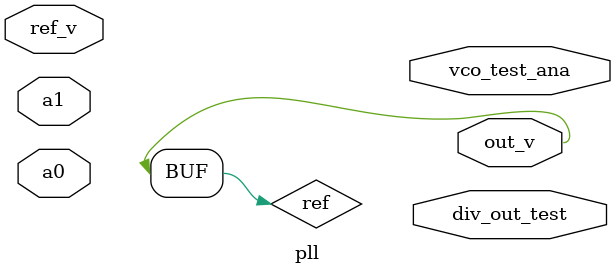
<source format=v>
module pll(input [0:0] ref_v,
           output [0:0] div_out_test,
           input [0:0] a0, 
           input [0:0] a1,
           output [0:0] vco_test_ana, 
           output [0:0] out_v);
  /* fake PLL */
  assign out_v = ref;
endmodule


</source>
